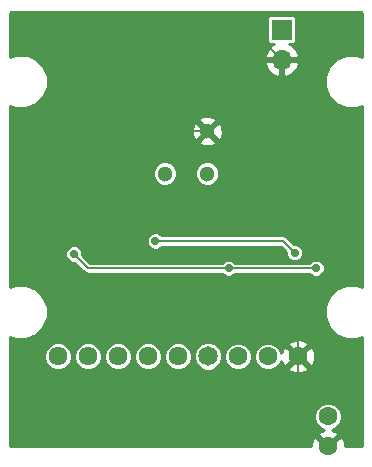
<source format=gbl>
%TF.GenerationSoftware,KiCad,Pcbnew,no-vcs-found-72d4889~60~ubuntu16.04.1*%
%TF.CreationDate,2017-10-20T12:27:02+05:30*%
%TF.ProjectId,sense_rev2,73656E73655F726576322E6B69636164,rev?*%
%TF.SameCoordinates,Original*%
%TF.FileFunction,Copper,L2,Bot,Signal*%
%TF.FilePolarity,Positive*%
%FSLAX46Y46*%
G04 Gerber Fmt 4.6, Leading zero omitted, Abs format (unit mm)*
G04 Created by KiCad (PCBNEW no-vcs-found-72d4889~60~ubuntu16.04.1) date Fri Oct 20 12:27:02 2017*
%MOMM*%
%LPD*%
G01*
G04 APERTURE LIST*
%TA.AperFunction,ComponentPad*%
%ADD10C,1.600000*%
%TD*%
%TA.AperFunction,ComponentPad*%
%ADD11C,1.650000*%
%TD*%
%TA.AperFunction,ComponentPad*%
%ADD12C,1.610000*%
%TD*%
%TA.AperFunction,ComponentPad*%
%ADD13R,1.700000X1.700000*%
%TD*%
%TA.AperFunction,ComponentPad*%
%ADD14O,1.700000X1.700000*%
%TD*%
%TA.AperFunction,ComponentPad*%
%ADD15C,1.300000*%
%TD*%
%TA.AperFunction,ViaPad*%
%ADD16C,0.700000*%
%TD*%
%TA.AperFunction,Conductor*%
%ADD17C,0.200000*%
%TD*%
%TA.AperFunction,Conductor*%
%ADD18C,0.250000*%
%TD*%
G04 APERTURE END LIST*
D10*
%TO.P,U5,13*%
%TO.N,VDD*%
X112000000Y-122354000D03*
%TO.P,U5,12*%
%TO.N,GND*%
X112000000Y-124894000D03*
%TO.P,U5,14*%
X109460000Y-117274000D03*
%TO.P,U5,15*%
%TO.N,/VIN_BATT*%
X106920000Y-117274000D03*
D11*
%TO.P,U5,17*%
%TO.N,/AMP_SIGNAL*%
X101840000Y-117274000D03*
D10*
%TO.P,U5,16*%
%TO.N,/AMP_OFFSET*%
X104380000Y-117274000D03*
D12*
%TO.P,U5,18*%
%TO.N,/RC_SIGNAL*%
X99300000Y-117274000D03*
%TO.P,U5,19*%
%TO.N,/RC_OFFSET*%
X96760000Y-117274000D03*
%TO.P,U5,20*%
%TO.N,/REG_MODE*%
X94220000Y-117274000D03*
%TO.P,U5,21*%
%TO.N,Net-(U5-Pad21)*%
X91680000Y-117274000D03*
%TO.P,U5,22*%
%TO.N,Net-(U5-Pad22)*%
X89140000Y-117274000D03*
%TD*%
D13*
%TO.P,BT1,1*%
%TO.N,Net-(BT1-Pad1)*%
X108100000Y-89600000D03*
D14*
%TO.P,BT1,2*%
%TO.N,GND*%
X108100000Y-92140000D03*
%TD*%
D15*
%TO.P,U1,1*%
%TO.N,VDDA*%
X98204000Y-101796000D03*
%TO.P,U1,3*%
%TO.N,GND*%
X101796000Y-98204000D03*
%TO.P,U1,2*%
%TO.N,/PIR_OUT*%
X101796000Y-101796000D03*
%TD*%
D16*
%TO.N,GND*%
X110000000Y-100200000D03*
X101400000Y-105000000D03*
X104000000Y-104800000D03*
X108400000Y-113000000D03*
X101600000Y-110900000D03*
X95100000Y-110900000D03*
X95300000Y-102800000D03*
X88100000Y-105400000D03*
X97500000Y-90500000D03*
X91100000Y-89600000D03*
%TO.N,Net-(C4-Pad1)*%
X109200000Y-108500000D03*
X97400000Y-107500000D03*
%TO.N,VDDA*%
X111000000Y-109800000D03*
X90500000Y-108600000D03*
X103600000Y-109800000D03*
%TD*%
D17*
%TO.N,GND*%
X110000000Y-100200000D02*
X105400000Y-104800000D01*
X105400000Y-104800000D02*
X104000000Y-104800000D01*
X109460000Y-117274000D02*
X109460000Y-114060000D01*
X109460000Y-114060000D02*
X108400000Y-113000000D01*
X109460000Y-117274000D02*
X109460000Y-122354000D01*
X109460000Y-122354000D02*
X112000000Y-124894000D01*
X101400000Y-105000000D02*
X101300000Y-104900000D01*
X101300000Y-104900000D02*
X101300000Y-103800000D01*
X104000000Y-104800000D02*
X103000000Y-103800000D01*
X103000000Y-103800000D02*
X101300000Y-103800000D01*
X101300000Y-103800000D02*
X96300000Y-103800000D01*
X96300000Y-103800000D02*
X95300000Y-102800000D01*
X95100000Y-110900000D02*
X101600000Y-110900000D01*
X108400000Y-113000000D02*
X106300000Y-110900000D01*
X106300000Y-110900000D02*
X101600000Y-110900000D01*
X88100000Y-105400000D02*
X88100000Y-108300000D01*
X88100000Y-108300000D02*
X90700000Y-110900000D01*
X90700000Y-110900000D02*
X95100000Y-110900000D01*
X95300000Y-102800000D02*
X95300000Y-102000000D01*
X95300000Y-102000000D02*
X99096000Y-98204000D01*
X99096000Y-98204000D02*
X101796000Y-98204000D01*
X88100000Y-105400000D02*
X92700000Y-105400000D01*
X92700000Y-105400000D02*
X95300000Y-102800000D01*
X97500000Y-90500000D02*
X106460000Y-90500000D01*
X106460000Y-90500000D02*
X108100000Y-92140000D01*
X97500000Y-90500000D02*
X96600000Y-89600000D01*
X96600000Y-89600000D02*
X91100000Y-89600000D01*
%TO.N,Net-(C4-Pad1)*%
X109200000Y-108500000D02*
X108200000Y-107500000D01*
X108200000Y-107500000D02*
X97400000Y-107500000D01*
%TO.N,VDDA*%
X103600000Y-109800000D02*
X111000000Y-109800000D01*
X103600000Y-109800000D02*
X91700000Y-109800000D01*
X91700000Y-109800000D02*
X90500000Y-108600000D01*
%TD*%
D18*
%TO.N,GND*%
G36*
X114827764Y-88132971D02*
X114851301Y-88148699D01*
X114867029Y-88172236D01*
X114875000Y-88212310D01*
X114875000Y-91899998D01*
X114454511Y-91725396D01*
X113549460Y-91724606D01*
X112713000Y-92070224D01*
X112072473Y-92709633D01*
X111725396Y-93545489D01*
X111724606Y-94450540D01*
X112070224Y-95287000D01*
X112709633Y-95927527D01*
X113545489Y-96274604D01*
X114450540Y-96275394D01*
X114875000Y-96100011D01*
X114875000Y-111399998D01*
X114454511Y-111225396D01*
X113549460Y-111224606D01*
X112713000Y-111570224D01*
X112072473Y-112209633D01*
X111725396Y-113045489D01*
X111724606Y-113950540D01*
X112070224Y-114787000D01*
X112709633Y-115427527D01*
X113545489Y-115774604D01*
X114450540Y-115775394D01*
X114875000Y-115600011D01*
X114875000Y-124787690D01*
X114867029Y-124827764D01*
X114851301Y-124851301D01*
X114827764Y-124867029D01*
X114787690Y-124875000D01*
X113433797Y-124875000D01*
X113417270Y-124538918D01*
X113253242Y-124142920D01*
X113007926Y-124068508D01*
X112201434Y-124875000D01*
X111798566Y-124875000D01*
X110992074Y-124068508D01*
X110746758Y-124142920D01*
X110554729Y-124679687D01*
X110564334Y-124875000D01*
X85212310Y-124875000D01*
X85172236Y-124867029D01*
X85148699Y-124851301D01*
X85132971Y-124827764D01*
X85125000Y-124787690D01*
X85125000Y-122586697D01*
X110824796Y-122586697D01*
X111003302Y-123018715D01*
X111333547Y-123349536D01*
X111642388Y-123477778D01*
X111248920Y-123640758D01*
X111174508Y-123886074D01*
X112000000Y-124711566D01*
X112825492Y-123886074D01*
X112751080Y-123640758D01*
X112328551Y-123489598D01*
X112664715Y-123350698D01*
X112995536Y-123020453D01*
X113174796Y-122588747D01*
X113175204Y-122121303D01*
X112996698Y-121689285D01*
X112666453Y-121358464D01*
X112234747Y-121179204D01*
X111767303Y-121178796D01*
X111335285Y-121357302D01*
X111004464Y-121687547D01*
X110825204Y-122119253D01*
X110824796Y-122586697D01*
X85125000Y-122586697D01*
X85125000Y-117507687D01*
X87959795Y-117507687D01*
X88139061Y-117941543D01*
X88470711Y-118273772D01*
X88904254Y-118453795D01*
X89373687Y-118454205D01*
X89807543Y-118274939D01*
X90139772Y-117943289D01*
X90319795Y-117509746D01*
X90319796Y-117507687D01*
X90499795Y-117507687D01*
X90679061Y-117941543D01*
X91010711Y-118273772D01*
X91444254Y-118453795D01*
X91913687Y-118454205D01*
X92347543Y-118274939D01*
X92679772Y-117943289D01*
X92859795Y-117509746D01*
X92859796Y-117507687D01*
X93039795Y-117507687D01*
X93219061Y-117941543D01*
X93550711Y-118273772D01*
X93984254Y-118453795D01*
X94453687Y-118454205D01*
X94887543Y-118274939D01*
X95219772Y-117943289D01*
X95399795Y-117509746D01*
X95399796Y-117507687D01*
X95579795Y-117507687D01*
X95759061Y-117941543D01*
X96090711Y-118273772D01*
X96524254Y-118453795D01*
X96993687Y-118454205D01*
X97427543Y-118274939D01*
X97759772Y-117943289D01*
X97939795Y-117509746D01*
X97939796Y-117507687D01*
X98119795Y-117507687D01*
X98299061Y-117941543D01*
X98630711Y-118273772D01*
X99064254Y-118453795D01*
X99533687Y-118454205D01*
X99967543Y-118274939D01*
X100299772Y-117943289D01*
X100479005Y-117511647D01*
X100639793Y-117511647D01*
X100822097Y-117952857D01*
X101159367Y-118290717D01*
X101600258Y-118473791D01*
X102077647Y-118474207D01*
X102518857Y-118291903D01*
X102856717Y-117954633D01*
X103039791Y-117513742D01*
X103039797Y-117506697D01*
X103204796Y-117506697D01*
X103383302Y-117938715D01*
X103713547Y-118269536D01*
X104145253Y-118448796D01*
X104612697Y-118449204D01*
X105044715Y-118270698D01*
X105375536Y-117940453D01*
X105554796Y-117508747D01*
X105554797Y-117506697D01*
X105744796Y-117506697D01*
X105923302Y-117938715D01*
X106253547Y-118269536D01*
X106685253Y-118448796D01*
X107152697Y-118449204D01*
X107557541Y-118281926D01*
X108634508Y-118281926D01*
X108708920Y-118527242D01*
X109245687Y-118719271D01*
X109815082Y-118691270D01*
X110211080Y-118527242D01*
X110285492Y-118281926D01*
X109460000Y-117456434D01*
X108634508Y-118281926D01*
X107557541Y-118281926D01*
X107584715Y-118270698D01*
X107915536Y-117940453D01*
X108043778Y-117631612D01*
X108206758Y-118025080D01*
X108452074Y-118099492D01*
X109277566Y-117274000D01*
X109642434Y-117274000D01*
X110467926Y-118099492D01*
X110713242Y-118025080D01*
X110905271Y-117488313D01*
X110877270Y-116918918D01*
X110713242Y-116522920D01*
X110467926Y-116448508D01*
X109642434Y-117274000D01*
X109277566Y-117274000D01*
X108452074Y-116448508D01*
X108206758Y-116522920D01*
X108055598Y-116945449D01*
X107916698Y-116609285D01*
X107586453Y-116278464D01*
X107556615Y-116266074D01*
X108634508Y-116266074D01*
X109460000Y-117091566D01*
X110285492Y-116266074D01*
X110211080Y-116020758D01*
X109674313Y-115828729D01*
X109104918Y-115856730D01*
X108708920Y-116020758D01*
X108634508Y-116266074D01*
X107556615Y-116266074D01*
X107154747Y-116099204D01*
X106687303Y-116098796D01*
X106255285Y-116277302D01*
X105924464Y-116607547D01*
X105745204Y-117039253D01*
X105744796Y-117506697D01*
X105554797Y-117506697D01*
X105555204Y-117041303D01*
X105376698Y-116609285D01*
X105046453Y-116278464D01*
X104614747Y-116099204D01*
X104147303Y-116098796D01*
X103715285Y-116277302D01*
X103384464Y-116607547D01*
X103205204Y-117039253D01*
X103204796Y-117506697D01*
X103039797Y-117506697D01*
X103040207Y-117036353D01*
X102857903Y-116595143D01*
X102520633Y-116257283D01*
X102079742Y-116074209D01*
X101602353Y-116073793D01*
X101161143Y-116256097D01*
X100823283Y-116593367D01*
X100640209Y-117034258D01*
X100639793Y-117511647D01*
X100479005Y-117511647D01*
X100479795Y-117509746D01*
X100480205Y-117040313D01*
X100300939Y-116606457D01*
X99969289Y-116274228D01*
X99535746Y-116094205D01*
X99066313Y-116093795D01*
X98632457Y-116273061D01*
X98300228Y-116604711D01*
X98120205Y-117038254D01*
X98119795Y-117507687D01*
X97939796Y-117507687D01*
X97940205Y-117040313D01*
X97760939Y-116606457D01*
X97429289Y-116274228D01*
X96995746Y-116094205D01*
X96526313Y-116093795D01*
X96092457Y-116273061D01*
X95760228Y-116604711D01*
X95580205Y-117038254D01*
X95579795Y-117507687D01*
X95399796Y-117507687D01*
X95400205Y-117040313D01*
X95220939Y-116606457D01*
X94889289Y-116274228D01*
X94455746Y-116094205D01*
X93986313Y-116093795D01*
X93552457Y-116273061D01*
X93220228Y-116604711D01*
X93040205Y-117038254D01*
X93039795Y-117507687D01*
X92859796Y-117507687D01*
X92860205Y-117040313D01*
X92680939Y-116606457D01*
X92349289Y-116274228D01*
X91915746Y-116094205D01*
X91446313Y-116093795D01*
X91012457Y-116273061D01*
X90680228Y-116604711D01*
X90500205Y-117038254D01*
X90499795Y-117507687D01*
X90319796Y-117507687D01*
X90320205Y-117040313D01*
X90140939Y-116606457D01*
X89809289Y-116274228D01*
X89375746Y-116094205D01*
X88906313Y-116093795D01*
X88472457Y-116273061D01*
X88140228Y-116604711D01*
X87960205Y-117038254D01*
X87959795Y-117507687D01*
X85125000Y-117507687D01*
X85125000Y-115600002D01*
X85545489Y-115774604D01*
X86450540Y-115775394D01*
X87287000Y-115429776D01*
X87927527Y-114790367D01*
X88274604Y-113954511D01*
X88275394Y-113049460D01*
X87929776Y-112213000D01*
X87290367Y-111572473D01*
X86454511Y-111225396D01*
X85549460Y-111224606D01*
X85125000Y-111399989D01*
X85125000Y-108743579D01*
X89774874Y-108743579D01*
X89885016Y-109010143D01*
X90088784Y-109214267D01*
X90355156Y-109324874D01*
X90553295Y-109325047D01*
X91364124Y-110135876D01*
X91518225Y-110238843D01*
X91700000Y-110275000D01*
X103049760Y-110275000D01*
X103188784Y-110414267D01*
X103455156Y-110524874D01*
X103743579Y-110525126D01*
X104010143Y-110414984D01*
X104150372Y-110275000D01*
X110449760Y-110275000D01*
X110588784Y-110414267D01*
X110855156Y-110524874D01*
X111143579Y-110525126D01*
X111410143Y-110414984D01*
X111614267Y-110211216D01*
X111724874Y-109944844D01*
X111725126Y-109656421D01*
X111614984Y-109389857D01*
X111411216Y-109185733D01*
X111144844Y-109075126D01*
X110856421Y-109074874D01*
X110589857Y-109185016D01*
X110449628Y-109325000D01*
X104150240Y-109325000D01*
X104011216Y-109185733D01*
X103744844Y-109075126D01*
X103456421Y-109074874D01*
X103189857Y-109185016D01*
X103049628Y-109325000D01*
X91896752Y-109325000D01*
X91224954Y-108653202D01*
X91225126Y-108456421D01*
X91114984Y-108189857D01*
X90911216Y-107985733D01*
X90644844Y-107875126D01*
X90356421Y-107874874D01*
X90089857Y-107985016D01*
X89885733Y-108188784D01*
X89775126Y-108455156D01*
X89774874Y-108743579D01*
X85125000Y-108743579D01*
X85125000Y-107643579D01*
X96674874Y-107643579D01*
X96785016Y-107910143D01*
X96988784Y-108114267D01*
X97255156Y-108224874D01*
X97543579Y-108225126D01*
X97810143Y-108114984D01*
X97950372Y-107975000D01*
X108003248Y-107975000D01*
X108475046Y-108446797D01*
X108474874Y-108643579D01*
X108585016Y-108910143D01*
X108788784Y-109114267D01*
X109055156Y-109224874D01*
X109343579Y-109225126D01*
X109610143Y-109114984D01*
X109814267Y-108911216D01*
X109924874Y-108644844D01*
X109925126Y-108356421D01*
X109814984Y-108089857D01*
X109611216Y-107885733D01*
X109344844Y-107775126D01*
X109146704Y-107774953D01*
X108535876Y-107164124D01*
X108381775Y-107061157D01*
X108200000Y-107025000D01*
X97950240Y-107025000D01*
X97811216Y-106885733D01*
X97544844Y-106775126D01*
X97256421Y-106774874D01*
X96989857Y-106885016D01*
X96785733Y-107088784D01*
X96675126Y-107355156D01*
X96674874Y-107643579D01*
X85125000Y-107643579D01*
X85125000Y-101998991D01*
X97178822Y-101998991D01*
X97334541Y-102375857D01*
X97622626Y-102664446D01*
X97999220Y-102820822D01*
X98406991Y-102821178D01*
X98783857Y-102665459D01*
X99072446Y-102377374D01*
X99228822Y-102000780D01*
X99228823Y-101998991D01*
X100770822Y-101998991D01*
X100926541Y-102375857D01*
X101214626Y-102664446D01*
X101591220Y-102820822D01*
X101998991Y-102821178D01*
X102375857Y-102665459D01*
X102664446Y-102377374D01*
X102820822Y-102000780D01*
X102821178Y-101593009D01*
X102665459Y-101216143D01*
X102377374Y-100927554D01*
X102000780Y-100771178D01*
X101593009Y-100770822D01*
X101216143Y-100926541D01*
X100927554Y-101214626D01*
X100771178Y-101591220D01*
X100770822Y-101998991D01*
X99228823Y-101998991D01*
X99229178Y-101593009D01*
X99073459Y-101216143D01*
X98785374Y-100927554D01*
X98408780Y-100771178D01*
X98001009Y-100770822D01*
X97624143Y-100926541D01*
X97335554Y-101214626D01*
X97179178Y-101591220D01*
X97178822Y-101998991D01*
X85125000Y-101998991D01*
X85125000Y-99103175D01*
X101079258Y-99103175D01*
X101135209Y-99332970D01*
X101617547Y-99499905D01*
X102127052Y-99469551D01*
X102456791Y-99332970D01*
X102512742Y-99103175D01*
X101796000Y-98386434D01*
X101079258Y-99103175D01*
X85125000Y-99103175D01*
X85125000Y-98025547D01*
X100500095Y-98025547D01*
X100530449Y-98535052D01*
X100667030Y-98864791D01*
X100896825Y-98920742D01*
X101613566Y-98204000D01*
X101978434Y-98204000D01*
X102695175Y-98920742D01*
X102924970Y-98864791D01*
X103091905Y-98382453D01*
X103061551Y-97872948D01*
X102924970Y-97543209D01*
X102695175Y-97487258D01*
X101978434Y-98204000D01*
X101613566Y-98204000D01*
X100896825Y-97487258D01*
X100667030Y-97543209D01*
X100500095Y-98025547D01*
X85125000Y-98025547D01*
X85125000Y-97304825D01*
X101079258Y-97304825D01*
X101796000Y-98021566D01*
X102512742Y-97304825D01*
X102456791Y-97075030D01*
X101974453Y-96908095D01*
X101464948Y-96938449D01*
X101135209Y-97075030D01*
X101079258Y-97304825D01*
X85125000Y-97304825D01*
X85125000Y-96100002D01*
X85545489Y-96274604D01*
X86450540Y-96275394D01*
X87287000Y-95929776D01*
X87927527Y-95290367D01*
X88274604Y-94454511D01*
X88275394Y-93549460D01*
X87929776Y-92713000D01*
X87715676Y-92498525D01*
X106660990Y-92498525D01*
X106828943Y-92904024D01*
X107218076Y-93332279D01*
X107741474Y-93579020D01*
X107971000Y-93459139D01*
X107971000Y-92269000D01*
X108229000Y-92269000D01*
X108229000Y-93459139D01*
X108458526Y-93579020D01*
X108981924Y-93332279D01*
X109371057Y-92904024D01*
X109539010Y-92498525D01*
X109418454Y-92269000D01*
X108229000Y-92269000D01*
X107971000Y-92269000D01*
X106781546Y-92269000D01*
X106660990Y-92498525D01*
X87715676Y-92498525D01*
X87290367Y-92072473D01*
X86589565Y-91781475D01*
X106660990Y-91781475D01*
X106781546Y-92011000D01*
X107971000Y-92011000D01*
X107971000Y-91991000D01*
X108229000Y-91991000D01*
X108229000Y-92011000D01*
X109418454Y-92011000D01*
X109539010Y-91781475D01*
X109371057Y-91375976D01*
X108981924Y-90947721D01*
X108737185Y-90832346D01*
X108950000Y-90832346D01*
X109096317Y-90803242D01*
X109220359Y-90720359D01*
X109303242Y-90596317D01*
X109332346Y-90450000D01*
X109332346Y-88750000D01*
X109303242Y-88603683D01*
X109220359Y-88479641D01*
X109096317Y-88396758D01*
X108950000Y-88367654D01*
X107250000Y-88367654D01*
X107103683Y-88396758D01*
X106979641Y-88479641D01*
X106896758Y-88603683D01*
X106867654Y-88750000D01*
X106867654Y-90450000D01*
X106896758Y-90596317D01*
X106979641Y-90720359D01*
X107103683Y-90803242D01*
X107250000Y-90832346D01*
X107462815Y-90832346D01*
X107218076Y-90947721D01*
X106828943Y-91375976D01*
X106660990Y-91781475D01*
X86589565Y-91781475D01*
X86454511Y-91725396D01*
X85549460Y-91724606D01*
X85125000Y-91899989D01*
X85125000Y-88212310D01*
X85132971Y-88172236D01*
X85148699Y-88148699D01*
X85172236Y-88132971D01*
X85212310Y-88125000D01*
X114787690Y-88125000D01*
X114827764Y-88132971D01*
X114827764Y-88132971D01*
G37*
X114827764Y-88132971D02*
X114851301Y-88148699D01*
X114867029Y-88172236D01*
X114875000Y-88212310D01*
X114875000Y-91899998D01*
X114454511Y-91725396D01*
X113549460Y-91724606D01*
X112713000Y-92070224D01*
X112072473Y-92709633D01*
X111725396Y-93545489D01*
X111724606Y-94450540D01*
X112070224Y-95287000D01*
X112709633Y-95927527D01*
X113545489Y-96274604D01*
X114450540Y-96275394D01*
X114875000Y-96100011D01*
X114875000Y-111399998D01*
X114454511Y-111225396D01*
X113549460Y-111224606D01*
X112713000Y-111570224D01*
X112072473Y-112209633D01*
X111725396Y-113045489D01*
X111724606Y-113950540D01*
X112070224Y-114787000D01*
X112709633Y-115427527D01*
X113545489Y-115774604D01*
X114450540Y-115775394D01*
X114875000Y-115600011D01*
X114875000Y-124787690D01*
X114867029Y-124827764D01*
X114851301Y-124851301D01*
X114827764Y-124867029D01*
X114787690Y-124875000D01*
X113433797Y-124875000D01*
X113417270Y-124538918D01*
X113253242Y-124142920D01*
X113007926Y-124068508D01*
X112201434Y-124875000D01*
X111798566Y-124875000D01*
X110992074Y-124068508D01*
X110746758Y-124142920D01*
X110554729Y-124679687D01*
X110564334Y-124875000D01*
X85212310Y-124875000D01*
X85172236Y-124867029D01*
X85148699Y-124851301D01*
X85132971Y-124827764D01*
X85125000Y-124787690D01*
X85125000Y-122586697D01*
X110824796Y-122586697D01*
X111003302Y-123018715D01*
X111333547Y-123349536D01*
X111642388Y-123477778D01*
X111248920Y-123640758D01*
X111174508Y-123886074D01*
X112000000Y-124711566D01*
X112825492Y-123886074D01*
X112751080Y-123640758D01*
X112328551Y-123489598D01*
X112664715Y-123350698D01*
X112995536Y-123020453D01*
X113174796Y-122588747D01*
X113175204Y-122121303D01*
X112996698Y-121689285D01*
X112666453Y-121358464D01*
X112234747Y-121179204D01*
X111767303Y-121178796D01*
X111335285Y-121357302D01*
X111004464Y-121687547D01*
X110825204Y-122119253D01*
X110824796Y-122586697D01*
X85125000Y-122586697D01*
X85125000Y-117507687D01*
X87959795Y-117507687D01*
X88139061Y-117941543D01*
X88470711Y-118273772D01*
X88904254Y-118453795D01*
X89373687Y-118454205D01*
X89807543Y-118274939D01*
X90139772Y-117943289D01*
X90319795Y-117509746D01*
X90319796Y-117507687D01*
X90499795Y-117507687D01*
X90679061Y-117941543D01*
X91010711Y-118273772D01*
X91444254Y-118453795D01*
X91913687Y-118454205D01*
X92347543Y-118274939D01*
X92679772Y-117943289D01*
X92859795Y-117509746D01*
X92859796Y-117507687D01*
X93039795Y-117507687D01*
X93219061Y-117941543D01*
X93550711Y-118273772D01*
X93984254Y-118453795D01*
X94453687Y-118454205D01*
X94887543Y-118274939D01*
X95219772Y-117943289D01*
X95399795Y-117509746D01*
X95399796Y-117507687D01*
X95579795Y-117507687D01*
X95759061Y-117941543D01*
X96090711Y-118273772D01*
X96524254Y-118453795D01*
X96993687Y-118454205D01*
X97427543Y-118274939D01*
X97759772Y-117943289D01*
X97939795Y-117509746D01*
X97939796Y-117507687D01*
X98119795Y-117507687D01*
X98299061Y-117941543D01*
X98630711Y-118273772D01*
X99064254Y-118453795D01*
X99533687Y-118454205D01*
X99967543Y-118274939D01*
X100299772Y-117943289D01*
X100479005Y-117511647D01*
X100639793Y-117511647D01*
X100822097Y-117952857D01*
X101159367Y-118290717D01*
X101600258Y-118473791D01*
X102077647Y-118474207D01*
X102518857Y-118291903D01*
X102856717Y-117954633D01*
X103039791Y-117513742D01*
X103039797Y-117506697D01*
X103204796Y-117506697D01*
X103383302Y-117938715D01*
X103713547Y-118269536D01*
X104145253Y-118448796D01*
X104612697Y-118449204D01*
X105044715Y-118270698D01*
X105375536Y-117940453D01*
X105554796Y-117508747D01*
X105554797Y-117506697D01*
X105744796Y-117506697D01*
X105923302Y-117938715D01*
X106253547Y-118269536D01*
X106685253Y-118448796D01*
X107152697Y-118449204D01*
X107557541Y-118281926D01*
X108634508Y-118281926D01*
X108708920Y-118527242D01*
X109245687Y-118719271D01*
X109815082Y-118691270D01*
X110211080Y-118527242D01*
X110285492Y-118281926D01*
X109460000Y-117456434D01*
X108634508Y-118281926D01*
X107557541Y-118281926D01*
X107584715Y-118270698D01*
X107915536Y-117940453D01*
X108043778Y-117631612D01*
X108206758Y-118025080D01*
X108452074Y-118099492D01*
X109277566Y-117274000D01*
X109642434Y-117274000D01*
X110467926Y-118099492D01*
X110713242Y-118025080D01*
X110905271Y-117488313D01*
X110877270Y-116918918D01*
X110713242Y-116522920D01*
X110467926Y-116448508D01*
X109642434Y-117274000D01*
X109277566Y-117274000D01*
X108452074Y-116448508D01*
X108206758Y-116522920D01*
X108055598Y-116945449D01*
X107916698Y-116609285D01*
X107586453Y-116278464D01*
X107556615Y-116266074D01*
X108634508Y-116266074D01*
X109460000Y-117091566D01*
X110285492Y-116266074D01*
X110211080Y-116020758D01*
X109674313Y-115828729D01*
X109104918Y-115856730D01*
X108708920Y-116020758D01*
X108634508Y-116266074D01*
X107556615Y-116266074D01*
X107154747Y-116099204D01*
X106687303Y-116098796D01*
X106255285Y-116277302D01*
X105924464Y-116607547D01*
X105745204Y-117039253D01*
X105744796Y-117506697D01*
X105554797Y-117506697D01*
X105555204Y-117041303D01*
X105376698Y-116609285D01*
X105046453Y-116278464D01*
X104614747Y-116099204D01*
X104147303Y-116098796D01*
X103715285Y-116277302D01*
X103384464Y-116607547D01*
X103205204Y-117039253D01*
X103204796Y-117506697D01*
X103039797Y-117506697D01*
X103040207Y-117036353D01*
X102857903Y-116595143D01*
X102520633Y-116257283D01*
X102079742Y-116074209D01*
X101602353Y-116073793D01*
X101161143Y-116256097D01*
X100823283Y-116593367D01*
X100640209Y-117034258D01*
X100639793Y-117511647D01*
X100479005Y-117511647D01*
X100479795Y-117509746D01*
X100480205Y-117040313D01*
X100300939Y-116606457D01*
X99969289Y-116274228D01*
X99535746Y-116094205D01*
X99066313Y-116093795D01*
X98632457Y-116273061D01*
X98300228Y-116604711D01*
X98120205Y-117038254D01*
X98119795Y-117507687D01*
X97939796Y-117507687D01*
X97940205Y-117040313D01*
X97760939Y-116606457D01*
X97429289Y-116274228D01*
X96995746Y-116094205D01*
X96526313Y-116093795D01*
X96092457Y-116273061D01*
X95760228Y-116604711D01*
X95580205Y-117038254D01*
X95579795Y-117507687D01*
X95399796Y-117507687D01*
X95400205Y-117040313D01*
X95220939Y-116606457D01*
X94889289Y-116274228D01*
X94455746Y-116094205D01*
X93986313Y-116093795D01*
X93552457Y-116273061D01*
X93220228Y-116604711D01*
X93040205Y-117038254D01*
X93039795Y-117507687D01*
X92859796Y-117507687D01*
X92860205Y-117040313D01*
X92680939Y-116606457D01*
X92349289Y-116274228D01*
X91915746Y-116094205D01*
X91446313Y-116093795D01*
X91012457Y-116273061D01*
X90680228Y-116604711D01*
X90500205Y-117038254D01*
X90499795Y-117507687D01*
X90319796Y-117507687D01*
X90320205Y-117040313D01*
X90140939Y-116606457D01*
X89809289Y-116274228D01*
X89375746Y-116094205D01*
X88906313Y-116093795D01*
X88472457Y-116273061D01*
X88140228Y-116604711D01*
X87960205Y-117038254D01*
X87959795Y-117507687D01*
X85125000Y-117507687D01*
X85125000Y-115600002D01*
X85545489Y-115774604D01*
X86450540Y-115775394D01*
X87287000Y-115429776D01*
X87927527Y-114790367D01*
X88274604Y-113954511D01*
X88275394Y-113049460D01*
X87929776Y-112213000D01*
X87290367Y-111572473D01*
X86454511Y-111225396D01*
X85549460Y-111224606D01*
X85125000Y-111399989D01*
X85125000Y-108743579D01*
X89774874Y-108743579D01*
X89885016Y-109010143D01*
X90088784Y-109214267D01*
X90355156Y-109324874D01*
X90553295Y-109325047D01*
X91364124Y-110135876D01*
X91518225Y-110238843D01*
X91700000Y-110275000D01*
X103049760Y-110275000D01*
X103188784Y-110414267D01*
X103455156Y-110524874D01*
X103743579Y-110525126D01*
X104010143Y-110414984D01*
X104150372Y-110275000D01*
X110449760Y-110275000D01*
X110588784Y-110414267D01*
X110855156Y-110524874D01*
X111143579Y-110525126D01*
X111410143Y-110414984D01*
X111614267Y-110211216D01*
X111724874Y-109944844D01*
X111725126Y-109656421D01*
X111614984Y-109389857D01*
X111411216Y-109185733D01*
X111144844Y-109075126D01*
X110856421Y-109074874D01*
X110589857Y-109185016D01*
X110449628Y-109325000D01*
X104150240Y-109325000D01*
X104011216Y-109185733D01*
X103744844Y-109075126D01*
X103456421Y-109074874D01*
X103189857Y-109185016D01*
X103049628Y-109325000D01*
X91896752Y-109325000D01*
X91224954Y-108653202D01*
X91225126Y-108456421D01*
X91114984Y-108189857D01*
X90911216Y-107985733D01*
X90644844Y-107875126D01*
X90356421Y-107874874D01*
X90089857Y-107985016D01*
X89885733Y-108188784D01*
X89775126Y-108455156D01*
X89774874Y-108743579D01*
X85125000Y-108743579D01*
X85125000Y-107643579D01*
X96674874Y-107643579D01*
X96785016Y-107910143D01*
X96988784Y-108114267D01*
X97255156Y-108224874D01*
X97543579Y-108225126D01*
X97810143Y-108114984D01*
X97950372Y-107975000D01*
X108003248Y-107975000D01*
X108475046Y-108446797D01*
X108474874Y-108643579D01*
X108585016Y-108910143D01*
X108788784Y-109114267D01*
X109055156Y-109224874D01*
X109343579Y-109225126D01*
X109610143Y-109114984D01*
X109814267Y-108911216D01*
X109924874Y-108644844D01*
X109925126Y-108356421D01*
X109814984Y-108089857D01*
X109611216Y-107885733D01*
X109344844Y-107775126D01*
X109146704Y-107774953D01*
X108535876Y-107164124D01*
X108381775Y-107061157D01*
X108200000Y-107025000D01*
X97950240Y-107025000D01*
X97811216Y-106885733D01*
X97544844Y-106775126D01*
X97256421Y-106774874D01*
X96989857Y-106885016D01*
X96785733Y-107088784D01*
X96675126Y-107355156D01*
X96674874Y-107643579D01*
X85125000Y-107643579D01*
X85125000Y-101998991D01*
X97178822Y-101998991D01*
X97334541Y-102375857D01*
X97622626Y-102664446D01*
X97999220Y-102820822D01*
X98406991Y-102821178D01*
X98783857Y-102665459D01*
X99072446Y-102377374D01*
X99228822Y-102000780D01*
X99228823Y-101998991D01*
X100770822Y-101998991D01*
X100926541Y-102375857D01*
X101214626Y-102664446D01*
X101591220Y-102820822D01*
X101998991Y-102821178D01*
X102375857Y-102665459D01*
X102664446Y-102377374D01*
X102820822Y-102000780D01*
X102821178Y-101593009D01*
X102665459Y-101216143D01*
X102377374Y-100927554D01*
X102000780Y-100771178D01*
X101593009Y-100770822D01*
X101216143Y-100926541D01*
X100927554Y-101214626D01*
X100771178Y-101591220D01*
X100770822Y-101998991D01*
X99228823Y-101998991D01*
X99229178Y-101593009D01*
X99073459Y-101216143D01*
X98785374Y-100927554D01*
X98408780Y-100771178D01*
X98001009Y-100770822D01*
X97624143Y-100926541D01*
X97335554Y-101214626D01*
X97179178Y-101591220D01*
X97178822Y-101998991D01*
X85125000Y-101998991D01*
X85125000Y-99103175D01*
X101079258Y-99103175D01*
X101135209Y-99332970D01*
X101617547Y-99499905D01*
X102127052Y-99469551D01*
X102456791Y-99332970D01*
X102512742Y-99103175D01*
X101796000Y-98386434D01*
X101079258Y-99103175D01*
X85125000Y-99103175D01*
X85125000Y-98025547D01*
X100500095Y-98025547D01*
X100530449Y-98535052D01*
X100667030Y-98864791D01*
X100896825Y-98920742D01*
X101613566Y-98204000D01*
X101978434Y-98204000D01*
X102695175Y-98920742D01*
X102924970Y-98864791D01*
X103091905Y-98382453D01*
X103061551Y-97872948D01*
X102924970Y-97543209D01*
X102695175Y-97487258D01*
X101978434Y-98204000D01*
X101613566Y-98204000D01*
X100896825Y-97487258D01*
X100667030Y-97543209D01*
X100500095Y-98025547D01*
X85125000Y-98025547D01*
X85125000Y-97304825D01*
X101079258Y-97304825D01*
X101796000Y-98021566D01*
X102512742Y-97304825D01*
X102456791Y-97075030D01*
X101974453Y-96908095D01*
X101464948Y-96938449D01*
X101135209Y-97075030D01*
X101079258Y-97304825D01*
X85125000Y-97304825D01*
X85125000Y-96100002D01*
X85545489Y-96274604D01*
X86450540Y-96275394D01*
X87287000Y-95929776D01*
X87927527Y-95290367D01*
X88274604Y-94454511D01*
X88275394Y-93549460D01*
X87929776Y-92713000D01*
X87715676Y-92498525D01*
X106660990Y-92498525D01*
X106828943Y-92904024D01*
X107218076Y-93332279D01*
X107741474Y-93579020D01*
X107971000Y-93459139D01*
X107971000Y-92269000D01*
X108229000Y-92269000D01*
X108229000Y-93459139D01*
X108458526Y-93579020D01*
X108981924Y-93332279D01*
X109371057Y-92904024D01*
X109539010Y-92498525D01*
X109418454Y-92269000D01*
X108229000Y-92269000D01*
X107971000Y-92269000D01*
X106781546Y-92269000D01*
X106660990Y-92498525D01*
X87715676Y-92498525D01*
X87290367Y-92072473D01*
X86589565Y-91781475D01*
X106660990Y-91781475D01*
X106781546Y-92011000D01*
X107971000Y-92011000D01*
X107971000Y-91991000D01*
X108229000Y-91991000D01*
X108229000Y-92011000D01*
X109418454Y-92011000D01*
X109539010Y-91781475D01*
X109371057Y-91375976D01*
X108981924Y-90947721D01*
X108737185Y-90832346D01*
X108950000Y-90832346D01*
X109096317Y-90803242D01*
X109220359Y-90720359D01*
X109303242Y-90596317D01*
X109332346Y-90450000D01*
X109332346Y-88750000D01*
X109303242Y-88603683D01*
X109220359Y-88479641D01*
X109096317Y-88396758D01*
X108950000Y-88367654D01*
X107250000Y-88367654D01*
X107103683Y-88396758D01*
X106979641Y-88479641D01*
X106896758Y-88603683D01*
X106867654Y-88750000D01*
X106867654Y-90450000D01*
X106896758Y-90596317D01*
X106979641Y-90720359D01*
X107103683Y-90803242D01*
X107250000Y-90832346D01*
X107462815Y-90832346D01*
X107218076Y-90947721D01*
X106828943Y-91375976D01*
X106660990Y-91781475D01*
X86589565Y-91781475D01*
X86454511Y-91725396D01*
X85549460Y-91724606D01*
X85125000Y-91899989D01*
X85125000Y-88212310D01*
X85132971Y-88172236D01*
X85148699Y-88148699D01*
X85172236Y-88132971D01*
X85212310Y-88125000D01*
X114787690Y-88125000D01*
X114827764Y-88132971D01*
%TD*%
M02*

</source>
